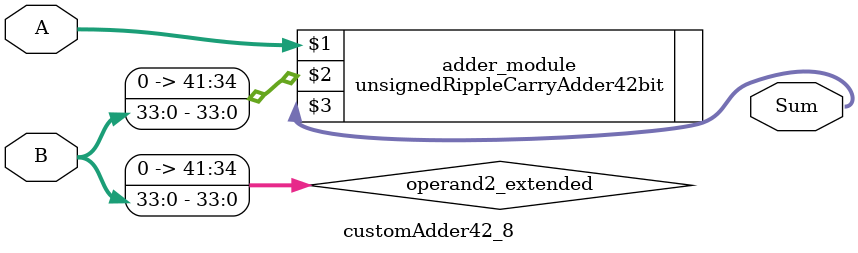
<source format=v>
module customAdder42_8(
                        input [41 : 0] A,
                        input [33 : 0] B,
                        
                        output [42 : 0] Sum
                );

        wire [41 : 0] operand2_extended;
        
        assign operand2_extended =  {8'b0, B};
        
        unsignedRippleCarryAdder42bit adder_module(
            A,
            operand2_extended,
            Sum
        );
        
        endmodule
        
</source>
